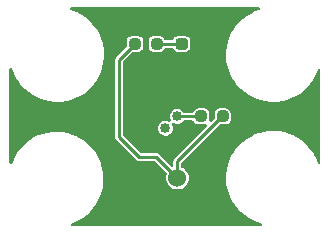
<source format=gbr>
%TF.GenerationSoftware,KiCad,Pcbnew,7.0.7*%
%TF.CreationDate,2023-11-07T19:30:10-06:00*%
%TF.ProjectId,LD_Breakout,4c445f42-7265-4616-9b6f-75742e6b6963,rev?*%
%TF.SameCoordinates,Original*%
%TF.FileFunction,Copper,L1,Top*%
%TF.FilePolarity,Positive*%
%FSLAX46Y46*%
G04 Gerber Fmt 4.6, Leading zero omitted, Abs format (unit mm)*
G04 Created by KiCad (PCBNEW 7.0.7) date 2023-11-07 19:30:10*
%MOMM*%
%LPD*%
G01*
G04 APERTURE LIST*
G04 Aperture macros list*
%AMRoundRect*
0 Rectangle with rounded corners*
0 $1 Rounding radius*
0 $2 $3 $4 $5 $6 $7 $8 $9 X,Y pos of 4 corners*
0 Add a 4 corners polygon primitive as box body*
4,1,4,$2,$3,$4,$5,$6,$7,$8,$9,$2,$3,0*
0 Add four circle primitives for the rounded corners*
1,1,$1+$1,$2,$3*
1,1,$1+$1,$4,$5*
1,1,$1+$1,$6,$7*
1,1,$1+$1,$8,$9*
0 Add four rect primitives between the rounded corners*
20,1,$1+$1,$2,$3,$4,$5,0*
20,1,$1+$1,$4,$5,$6,$7,0*
20,1,$1+$1,$6,$7,$8,$9,0*
20,1,$1+$1,$8,$9,$2,$3,0*%
G04 Aperture macros list end*
%TA.AperFunction,ComponentPad*%
%ADD10C,1.524000*%
%TD*%
%TA.AperFunction,SMDPad,CuDef*%
%ADD11RoundRect,0.237500X-0.250000X-0.237500X0.250000X-0.237500X0.250000X0.237500X-0.250000X0.237500X0*%
%TD*%
%TA.AperFunction,SMDPad,CuDef*%
%ADD12RoundRect,0.237500X0.250000X0.237500X-0.250000X0.237500X-0.250000X-0.237500X0.250000X-0.237500X0*%
%TD*%
%TA.AperFunction,SMDPad,CuDef*%
%ADD13RoundRect,0.237500X0.287500X0.237500X-0.287500X0.237500X-0.287500X-0.237500X0.287500X-0.237500X0*%
%TD*%
%TA.AperFunction,ComponentPad*%
%ADD14C,0.850000*%
%TD*%
%TA.AperFunction,Conductor*%
%ADD15C,0.254000*%
%TD*%
G04 APERTURE END LIST*
D10*
%TO.P,Conn2,1*%
%TO.N,+5V*%
X133477000Y-83834000D03*
%TO.P,Conn2,2*%
%TO.N,GND*%
X130937000Y-83834000D03*
%TD*%
D11*
%TO.P,R3,1*%
%TO.N,+5V*%
X129897500Y-72491600D03*
%TO.P,R3,2*%
%TO.N,Net-(D2-A)*%
X131722500Y-72491600D03*
%TD*%
D12*
%TO.P,R4,1*%
%TO.N,+5V*%
X137324500Y-78627000D03*
%TO.P,R4,2*%
%TO.N,Net-(LD2-Pad2)*%
X135499500Y-78627000D03*
%TD*%
D13*
%TO.P,D2,1,K*%
%TO.N,GND*%
X135584500Y-72491600D03*
%TO.P,D2,2,A*%
%TO.N,Net-(D2-A)*%
X133834500Y-72491600D03*
%TD*%
D14*
%TO.P,LD2,1*%
%TO.N,GND*%
X132461000Y-77627000D03*
%TO.P,LD2,2*%
%TO.N,Net-(LD2-Pad2)*%
X133461000Y-78627000D03*
%TO.P,LD2,3*%
%TO.N,unconnected-(LD2-Pad3)*%
X132461000Y-79627000D03*
%TD*%
D15*
%TO.N,+5V*%
X133477000Y-82437000D02*
X137287000Y-78627000D01*
X131685000Y-82042000D02*
X130200400Y-82042000D01*
X130200400Y-82042000D02*
X128524000Y-80365600D01*
X128524000Y-73865100D02*
X129897500Y-72491600D01*
X133477000Y-83834000D02*
X133477000Y-82437000D01*
X128524000Y-80365600D02*
X128524000Y-73865100D01*
X133477000Y-83834000D02*
X131685000Y-82042000D01*
%TO.N,Net-(D2-A)*%
X131722500Y-72491600D02*
X133834500Y-72491600D01*
%TO.N,Net-(LD2-Pad2)*%
X135537000Y-78627000D02*
X133461000Y-78627000D01*
%TD*%
%TA.AperFunction,Conductor*%
%TO.N,GND*%
G36*
X140419666Y-69387585D02*
G01*
X140465421Y-69440389D01*
X140475365Y-69509547D01*
X140446340Y-69573103D01*
X140395037Y-69608422D01*
X140034149Y-69739774D01*
X139676791Y-69911869D01*
X139338353Y-70118684D01*
X139338342Y-70118692D01*
X139022175Y-70358180D01*
X139022172Y-70358182D01*
X138731413Y-70627968D01*
X138468965Y-70925359D01*
X138237439Y-71247393D01*
X138237426Y-71247413D01*
X138039116Y-71590896D01*
X137875982Y-71952437D01*
X137749659Y-72328419D01*
X137661399Y-72715111D01*
X137612078Y-73108681D01*
X137602190Y-73505173D01*
X137602190Y-73505187D01*
X137631830Y-73900711D01*
X137631831Y-73900724D01*
X137700708Y-74291339D01*
X137808130Y-74673137D01*
X137808134Y-74673151D01*
X137953035Y-75042353D01*
X137953040Y-75042365D01*
X138133986Y-75395314D01*
X138133991Y-75395323D01*
X138349186Y-75728509D01*
X138475291Y-75886640D01*
X138596495Y-76038625D01*
X138873423Y-76322544D01*
X138873433Y-76322554D01*
X139177276Y-76577508D01*
X139504994Y-76800942D01*
X139853330Y-76990636D01*
X140218823Y-77144704D01*
X140218832Y-77144706D01*
X140218838Y-77144709D01*
X140597835Y-77261614D01*
X140597848Y-77261617D01*
X140986599Y-77340205D01*
X140986614Y-77340208D01*
X141324900Y-77374058D01*
X141381280Y-77379700D01*
X141381281Y-77379700D01*
X141678703Y-77379700D01*
X141876730Y-77369816D01*
X141975745Y-77364875D01*
X142367953Y-77305759D01*
X142752326Y-77207886D01*
X143125045Y-77072228D01*
X143482403Y-76900133D01*
X143820851Y-76693312D01*
X144137024Y-76453820D01*
X144427781Y-76184037D01*
X144690231Y-75886645D01*
X144921766Y-75564600D01*
X145120085Y-75221101D01*
X145283217Y-74859563D01*
X145350757Y-74658539D01*
X145390768Y-74601260D01*
X145455394Y-74574705D01*
X145524118Y-74587306D01*
X145575121Y-74635061D01*
X145592300Y-74698032D01*
X145592300Y-82512438D01*
X145572615Y-82579477D01*
X145519811Y-82625232D01*
X145450653Y-82635176D01*
X145387097Y-82606151D01*
X145353069Y-82555389D01*
X145352197Y-82555732D01*
X145206164Y-82183646D01*
X145206159Y-82183634D01*
X145067463Y-81913097D01*
X145025209Y-81830677D01*
X144810014Y-81497491D01*
X144562714Y-81187386D01*
X144562711Y-81187383D01*
X144562704Y-81187374D01*
X144285776Y-80903455D01*
X144285773Y-80903452D01*
X144285772Y-80903451D01*
X144285767Y-80903446D01*
X143981924Y-80648492D01*
X143825330Y-80541728D01*
X143654205Y-80425057D01*
X143513795Y-80348594D01*
X143305870Y-80235364D01*
X143305862Y-80235360D01*
X143305859Y-80235359D01*
X142940377Y-80081296D01*
X142940361Y-80081290D01*
X142561364Y-79964385D01*
X142561351Y-79964382D01*
X142172600Y-79885794D01*
X142172579Y-79885791D01*
X141777920Y-79846300D01*
X141777919Y-79846300D01*
X141480499Y-79846300D01*
X141480497Y-79846300D01*
X141183455Y-79861124D01*
X140791247Y-79920241D01*
X140406872Y-80018114D01*
X140034149Y-80153774D01*
X139676791Y-80325869D01*
X139338353Y-80532684D01*
X139338342Y-80532692D01*
X139022175Y-80772180D01*
X139022172Y-80772182D01*
X138731413Y-81041968D01*
X138468965Y-81339359D01*
X138237439Y-81661393D01*
X138237426Y-81661413D01*
X138039116Y-82004896D01*
X137875982Y-82366437D01*
X137749659Y-82742419D01*
X137661399Y-83129111D01*
X137612078Y-83522681D01*
X137602190Y-83919173D01*
X137602190Y-83919187D01*
X137631830Y-84314711D01*
X137631831Y-84314724D01*
X137700708Y-84705339D01*
X137808130Y-85087137D01*
X137808134Y-85087151D01*
X137953035Y-85456353D01*
X137953040Y-85456365D01*
X138049880Y-85645258D01*
X138133991Y-85809323D01*
X138349186Y-86142509D01*
X138414914Y-86224929D01*
X138596495Y-86452625D01*
X138873423Y-86736544D01*
X138873433Y-86736554D01*
X139177276Y-86991508D01*
X139504994Y-87214942D01*
X139853330Y-87404636D01*
X140218823Y-87558704D01*
X140218832Y-87558706D01*
X140218838Y-87558709D01*
X140531035Y-87655009D01*
X140589294Y-87693579D01*
X140617451Y-87757524D01*
X140606568Y-87826541D01*
X140560100Y-87878717D01*
X140494485Y-87897500D01*
X124579749Y-87897500D01*
X124512710Y-87877815D01*
X124466955Y-87825011D01*
X124457011Y-87755853D01*
X124486036Y-87692297D01*
X124537339Y-87656978D01*
X124542749Y-87655009D01*
X124780025Y-87568648D01*
X125137383Y-87396553D01*
X125475831Y-87189732D01*
X125792004Y-86950240D01*
X126082761Y-86680457D01*
X126345211Y-86383065D01*
X126576746Y-86061020D01*
X126775065Y-85717521D01*
X126938197Y-85355983D01*
X127064521Y-84979998D01*
X127152781Y-84593305D01*
X127202101Y-84199745D01*
X127205110Y-84079066D01*
X127211989Y-83803246D01*
X127211989Y-83803230D01*
X127190965Y-83522675D01*
X127182349Y-83407700D01*
X127113473Y-83017088D01*
X127095362Y-82952719D01*
X127036193Y-82742419D01*
X127006047Y-82635274D01*
X126984148Y-82579477D01*
X126861144Y-82266066D01*
X126861139Y-82266054D01*
X126680193Y-81913105D01*
X126680189Y-81913097D01*
X126464994Y-81579911D01*
X126217694Y-81269806D01*
X126217691Y-81269803D01*
X126217684Y-81269794D01*
X125940756Y-80985875D01*
X125940753Y-80985872D01*
X125940752Y-80985871D01*
X125940747Y-80985866D01*
X125636904Y-80730912D01*
X125516010Y-80648488D01*
X125309185Y-80507477D01*
X125157836Y-80425057D01*
X125101876Y-80394583D01*
X128192712Y-80394583D01*
X128203257Y-80433935D01*
X128204428Y-80439218D01*
X128211503Y-80479340D01*
X128213232Y-80484091D01*
X128220468Y-80501559D01*
X128222606Y-80506144D01*
X128245972Y-80539514D01*
X128248879Y-80544078D01*
X128269247Y-80579357D01*
X128269251Y-80579361D01*
X128300463Y-80605551D01*
X128304442Y-80609196D01*
X129608331Y-81913086D01*
X129956791Y-82261546D01*
X129960446Y-82265535D01*
X129986640Y-82296750D01*
X130021916Y-82317116D01*
X130026482Y-82320025D01*
X130059855Y-82343394D01*
X130064458Y-82345540D01*
X130081882Y-82352757D01*
X130086654Y-82354493D01*
X130086661Y-82354497D01*
X130126801Y-82361574D01*
X130132055Y-82362739D01*
X130171416Y-82373287D01*
X130212001Y-82369735D01*
X130217405Y-82369500D01*
X131497984Y-82369500D01*
X131565023Y-82389185D01*
X131585665Y-82405819D01*
X132544935Y-83365090D01*
X132578420Y-83426413D01*
X132575915Y-83488765D01*
X132528426Y-83645317D01*
X132509843Y-83833999D01*
X132528426Y-84022681D01*
X132528427Y-84022683D01*
X132583463Y-84204115D01*
X132583464Y-84204118D01*
X132583465Y-84204119D01*
X132583466Y-84204122D01*
X132672834Y-84371318D01*
X132672838Y-84371325D01*
X132793116Y-84517883D01*
X132939674Y-84638161D01*
X132939681Y-84638165D01*
X133106877Y-84727533D01*
X133106878Y-84727533D01*
X133106885Y-84727537D01*
X133288317Y-84782573D01*
X133288316Y-84782573D01*
X133305233Y-84784239D01*
X133477000Y-84801157D01*
X133665683Y-84782573D01*
X133847115Y-84727537D01*
X134014324Y-84638162D01*
X134160883Y-84517883D01*
X134281162Y-84371324D01*
X134370537Y-84204115D01*
X134425573Y-84022683D01*
X134444157Y-83834000D01*
X134425573Y-83645317D01*
X134370537Y-83463885D01*
X134281162Y-83296676D01*
X134281161Y-83296674D01*
X134160883Y-83150116D01*
X134014325Y-83029838D01*
X134014318Y-83029833D01*
X133870047Y-82952719D01*
X133820202Y-82903757D01*
X133804500Y-82843362D01*
X133804500Y-82742419D01*
X133804500Y-82624013D01*
X133824183Y-82556977D01*
X133840813Y-82536340D01*
X137038335Y-79338819D01*
X137099659Y-79305334D01*
X137126017Y-79302500D01*
X137627260Y-79302500D01*
X137656849Y-79299725D01*
X137714379Y-79279594D01*
X137781475Y-79256116D01*
X137887711Y-79177711D01*
X137966116Y-79071475D01*
X138009725Y-78946849D01*
X138012500Y-78917256D01*
X138012500Y-78336744D01*
X138012259Y-78334179D01*
X138009725Y-78307150D01*
X137975440Y-78209171D01*
X137966116Y-78182525D01*
X137887711Y-78076289D01*
X137887710Y-78076288D01*
X137781476Y-77997884D01*
X137656848Y-77954274D01*
X137656849Y-77954274D01*
X137627260Y-77951500D01*
X137627256Y-77951500D01*
X137021744Y-77951500D01*
X137021740Y-77951500D01*
X136992150Y-77954274D01*
X136867523Y-77997884D01*
X136761289Y-78076288D01*
X136761288Y-78076289D01*
X136682884Y-78182523D01*
X136639274Y-78307150D01*
X136636500Y-78336739D01*
X136636500Y-78762983D01*
X136616815Y-78830022D01*
X136600181Y-78850664D01*
X136394582Y-79056262D01*
X136333259Y-79089747D01*
X136263567Y-79084763D01*
X136207634Y-79042891D01*
X136183217Y-78977427D01*
X136184874Y-78954442D01*
X136184021Y-78954362D01*
X136187500Y-78917260D01*
X136187500Y-78336739D01*
X136184725Y-78307150D01*
X136150440Y-78209171D01*
X136141116Y-78182525D01*
X136062711Y-78076289D01*
X136062710Y-78076288D01*
X135956476Y-77997884D01*
X135831848Y-77954274D01*
X135831849Y-77954274D01*
X135802260Y-77951500D01*
X135802256Y-77951500D01*
X135196744Y-77951500D01*
X135196740Y-77951500D01*
X135167150Y-77954274D01*
X135042523Y-77997884D01*
X134936289Y-78076288D01*
X134936288Y-78076289D01*
X134857884Y-78182523D01*
X134857884Y-78182524D01*
X134846011Y-78216455D01*
X134805289Y-78273231D01*
X134740336Y-78298978D01*
X134728970Y-78299500D01*
X134060062Y-78299500D01*
X133993023Y-78279815D01*
X133958012Y-78245939D01*
X133932634Y-78209172D01*
X133932632Y-78209170D01*
X133818934Y-78108443D01*
X133684434Y-78037852D01*
X133684433Y-78037851D01*
X133684432Y-78037851D01*
X133536950Y-78001500D01*
X133536949Y-78001500D01*
X133385051Y-78001500D01*
X133385050Y-78001500D01*
X133237567Y-78037851D01*
X133103067Y-78108442D01*
X132989367Y-78209171D01*
X132903080Y-78334179D01*
X132903079Y-78334180D01*
X132849215Y-78476208D01*
X132830906Y-78626999D01*
X132849215Y-78777791D01*
X132897361Y-78904742D01*
X132902728Y-78974405D01*
X132869581Y-79035911D01*
X132808442Y-79069733D01*
X132738724Y-79065131D01*
X132723797Y-79058511D01*
X132684434Y-79037852D01*
X132684433Y-79037851D01*
X132684432Y-79037851D01*
X132536950Y-79001500D01*
X132536949Y-79001500D01*
X132385051Y-79001500D01*
X132385050Y-79001500D01*
X132237567Y-79037851D01*
X132103067Y-79108442D01*
X131989367Y-79209171D01*
X131903080Y-79334179D01*
X131903079Y-79334180D01*
X131903079Y-79334181D01*
X131849215Y-79476209D01*
X131830906Y-79627000D01*
X131849215Y-79777791D01*
X131903079Y-79919819D01*
X131989368Y-80044830D01*
X132103066Y-80145557D01*
X132237566Y-80216148D01*
X132311308Y-80234324D01*
X132385050Y-80252500D01*
X132385051Y-80252500D01*
X132536950Y-80252500D01*
X132586110Y-80240382D01*
X132684434Y-80216148D01*
X132818934Y-80145557D01*
X132932632Y-80044830D01*
X133018921Y-79919819D01*
X133072785Y-79777791D01*
X133091094Y-79627000D01*
X133072785Y-79476209D01*
X133024637Y-79349254D01*
X133019271Y-79279594D01*
X133052418Y-79218088D01*
X133113556Y-79184267D01*
X133183274Y-79188868D01*
X133198202Y-79195488D01*
X133237566Y-79216148D01*
X133385050Y-79252500D01*
X133385051Y-79252500D01*
X133536950Y-79252500D01*
X133586110Y-79240382D01*
X133684434Y-79216148D01*
X133818934Y-79145557D01*
X133932632Y-79044830D01*
X133958011Y-79008061D01*
X134012294Y-78964070D01*
X134060062Y-78954500D01*
X134728970Y-78954500D01*
X134796009Y-78974185D01*
X134841764Y-79026989D01*
X134846011Y-79037545D01*
X134857884Y-79071475D01*
X134857884Y-79071476D01*
X134936288Y-79177710D01*
X134936289Y-79177711D01*
X135042523Y-79256115D01*
X135042524Y-79256115D01*
X135042525Y-79256116D01*
X135167151Y-79299725D01*
X135167150Y-79299725D01*
X135196740Y-79302500D01*
X135196744Y-79302500D01*
X135802260Y-79302500D01*
X135839362Y-79299021D01*
X135839608Y-79301647D01*
X135896777Y-79305668D01*
X135952760Y-79347473D01*
X135977255Y-79412909D01*
X135962483Y-79481199D01*
X135941262Y-79509582D01*
X133257451Y-82193393D01*
X133253462Y-82197049D01*
X133222250Y-82223239D01*
X133222248Y-82223241D01*
X133201876Y-82258526D01*
X133198971Y-82263087D01*
X133175604Y-82296459D01*
X133173473Y-82301028D01*
X133166225Y-82318528D01*
X133164502Y-82323264D01*
X133157427Y-82363383D01*
X133156256Y-82368662D01*
X133145712Y-82408016D01*
X133149264Y-82448598D01*
X133149500Y-82454005D01*
X133149500Y-82743983D01*
X133129815Y-82811022D01*
X133077011Y-82856777D01*
X133007853Y-82866721D01*
X132944297Y-82837696D01*
X132937819Y-82831664D01*
X132685632Y-82579477D01*
X131928596Y-81822442D01*
X131924951Y-81818463D01*
X131898761Y-81787251D01*
X131898757Y-81787247D01*
X131863478Y-81766879D01*
X131858914Y-81763972D01*
X131825544Y-81740606D01*
X131820959Y-81738468D01*
X131803491Y-81731232D01*
X131798740Y-81729503D01*
X131758618Y-81722428D01*
X131753335Y-81721257D01*
X131713981Y-81710712D01*
X131677891Y-81713871D01*
X131673398Y-81714264D01*
X131667995Y-81714500D01*
X130387417Y-81714500D01*
X130320378Y-81694815D01*
X130299736Y-81678181D01*
X128887819Y-80266264D01*
X128854334Y-80204941D01*
X128851500Y-80178583D01*
X128851500Y-77144703D01*
X128851500Y-74052112D01*
X128871184Y-73985077D01*
X128887813Y-73964440D01*
X129648835Y-73203419D01*
X129710159Y-73169934D01*
X129736517Y-73167100D01*
X130200260Y-73167100D01*
X130229849Y-73164325D01*
X130229848Y-73164325D01*
X130354475Y-73120716D01*
X130460711Y-73042311D01*
X130539116Y-72936075D01*
X130582725Y-72811449D01*
X130585500Y-72781860D01*
X131034500Y-72781860D01*
X131037274Y-72811449D01*
X131080884Y-72936076D01*
X131159288Y-73042310D01*
X131159289Y-73042311D01*
X131265523Y-73120715D01*
X131265524Y-73120715D01*
X131265525Y-73120716D01*
X131390151Y-73164325D01*
X131390150Y-73164325D01*
X131419740Y-73167100D01*
X131419744Y-73167100D01*
X132025260Y-73167100D01*
X132054849Y-73164325D01*
X132179475Y-73120716D01*
X132285711Y-73042311D01*
X132364116Y-72936075D01*
X132375988Y-72902145D01*
X132416711Y-72845369D01*
X132481664Y-72819622D01*
X132493030Y-72819100D01*
X133026470Y-72819100D01*
X133093509Y-72838785D01*
X133139264Y-72891589D01*
X133143511Y-72902145D01*
X133155384Y-72936075D01*
X133155384Y-72936076D01*
X133233788Y-73042310D01*
X133233789Y-73042311D01*
X133340023Y-73120715D01*
X133340024Y-73120715D01*
X133340025Y-73120716D01*
X133464651Y-73164325D01*
X133464650Y-73164325D01*
X133494240Y-73167100D01*
X133494244Y-73167100D01*
X134174760Y-73167100D01*
X134204349Y-73164325D01*
X134328975Y-73120716D01*
X134435211Y-73042311D01*
X134513616Y-72936075D01*
X134557225Y-72811449D01*
X134560000Y-72781856D01*
X134560000Y-72201344D01*
X134557225Y-72171751D01*
X134513616Y-72047125D01*
X134435211Y-71940889D01*
X134435210Y-71940888D01*
X134328976Y-71862484D01*
X134204348Y-71818874D01*
X134204349Y-71818874D01*
X134174760Y-71816100D01*
X134174756Y-71816100D01*
X133494244Y-71816100D01*
X133494240Y-71816100D01*
X133464650Y-71818874D01*
X133340023Y-71862484D01*
X133233789Y-71940888D01*
X133233788Y-71940889D01*
X133155384Y-72047123D01*
X133155384Y-72047124D01*
X133143511Y-72081055D01*
X133102789Y-72137831D01*
X133037836Y-72163578D01*
X133026470Y-72164100D01*
X132493030Y-72164100D01*
X132425991Y-72144415D01*
X132380236Y-72091611D01*
X132375989Y-72081055D01*
X132373379Y-72073599D01*
X132364116Y-72047125D01*
X132285711Y-71940889D01*
X132285710Y-71940888D01*
X132179476Y-71862484D01*
X132054848Y-71818874D01*
X132054849Y-71818874D01*
X132025260Y-71816100D01*
X132025256Y-71816100D01*
X131419744Y-71816100D01*
X131419740Y-71816100D01*
X131390150Y-71818874D01*
X131265523Y-71862484D01*
X131159289Y-71940888D01*
X131159288Y-71940889D01*
X131080884Y-72047123D01*
X131037274Y-72171750D01*
X131034500Y-72201339D01*
X131034500Y-72781860D01*
X130585500Y-72781860D01*
X130585500Y-72781856D01*
X130585500Y-72201344D01*
X130582725Y-72171751D01*
X130539116Y-72047125D01*
X130460711Y-71940889D01*
X130460710Y-71940888D01*
X130354476Y-71862484D01*
X130229848Y-71818874D01*
X130229849Y-71818874D01*
X130200260Y-71816100D01*
X130200256Y-71816100D01*
X129594744Y-71816100D01*
X129594740Y-71816100D01*
X129565150Y-71818874D01*
X129440523Y-71862484D01*
X129334289Y-71940888D01*
X129334288Y-71940889D01*
X129255884Y-72047123D01*
X129212274Y-72171750D01*
X129209500Y-72201339D01*
X129209500Y-72665083D01*
X129189815Y-72732122D01*
X129173181Y-72752764D01*
X128304451Y-73621493D01*
X128300462Y-73625149D01*
X128269250Y-73651339D01*
X128269248Y-73651341D01*
X128248876Y-73686626D01*
X128245971Y-73691187D01*
X128222604Y-73724559D01*
X128220473Y-73729128D01*
X128213225Y-73746628D01*
X128211502Y-73751364D01*
X128204427Y-73791483D01*
X128203256Y-73796762D01*
X128192712Y-73836116D01*
X128196264Y-73876698D01*
X128196500Y-73882105D01*
X128196500Y-80348594D01*
X128196264Y-80354001D01*
X128192712Y-80394583D01*
X125101876Y-80394583D01*
X124960850Y-80317784D01*
X124960842Y-80317780D01*
X124960839Y-80317779D01*
X124595357Y-80163716D01*
X124595341Y-80163710D01*
X124216344Y-80046805D01*
X124216331Y-80046802D01*
X123827580Y-79968214D01*
X123827559Y-79968211D01*
X123432900Y-79928720D01*
X123432899Y-79928720D01*
X123135479Y-79928720D01*
X123135477Y-79928720D01*
X122838435Y-79943544D01*
X122446227Y-80002661D01*
X122061852Y-80100534D01*
X121689129Y-80236194D01*
X121331771Y-80408289D01*
X120993333Y-80615104D01*
X120993322Y-80615112D01*
X120677155Y-80854600D01*
X120677152Y-80854602D01*
X120386393Y-81124388D01*
X120123945Y-81421779D01*
X119892419Y-81743813D01*
X119892406Y-81743833D01*
X119694096Y-82087316D01*
X119530963Y-82448855D01*
X119495042Y-82555768D01*
X119455030Y-82613047D01*
X119390404Y-82639602D01*
X119321680Y-82627001D01*
X119270678Y-82579245D01*
X119253499Y-82516278D01*
X119253500Y-74624032D01*
X119273185Y-74556993D01*
X119325989Y-74511238D01*
X119395147Y-74501294D01*
X119458703Y-74530319D01*
X119496477Y-74589097D01*
X119496865Y-74590448D01*
X119520130Y-74673138D01*
X119520134Y-74673151D01*
X119665035Y-75042353D01*
X119665040Y-75042365D01*
X119845986Y-75395314D01*
X119845991Y-75395323D01*
X120061186Y-75728509D01*
X120187291Y-75886640D01*
X120308495Y-76038625D01*
X120585423Y-76322544D01*
X120585433Y-76322554D01*
X120889276Y-76577508D01*
X121216994Y-76800942D01*
X121565330Y-76990636D01*
X121930823Y-77144704D01*
X121930832Y-77144706D01*
X121930838Y-77144709D01*
X122309835Y-77261614D01*
X122309848Y-77261617D01*
X122698599Y-77340205D01*
X122698614Y-77340208D01*
X123036900Y-77374058D01*
X123093280Y-77379700D01*
X123093281Y-77379700D01*
X123390703Y-77379700D01*
X123588730Y-77369816D01*
X123687745Y-77364875D01*
X124079953Y-77305759D01*
X124464326Y-77207886D01*
X124837045Y-77072228D01*
X125194403Y-76900133D01*
X125532851Y-76693312D01*
X125849024Y-76453820D01*
X126139781Y-76184037D01*
X126402231Y-75886645D01*
X126633766Y-75564600D01*
X126832085Y-75221101D01*
X126995217Y-74859563D01*
X127121541Y-74483578D01*
X127209801Y-74096885D01*
X127259121Y-73703325D01*
X127269009Y-73306810D01*
X127239369Y-72911280D01*
X127170493Y-72520668D01*
X127063067Y-72138854D01*
X127027065Y-72047123D01*
X126918164Y-71769646D01*
X126918159Y-71769634D01*
X126737213Y-71416685D01*
X126737209Y-71416677D01*
X126522014Y-71083491D01*
X126274714Y-70773386D01*
X126274711Y-70773383D01*
X126274704Y-70773374D01*
X125997776Y-70489455D01*
X125997773Y-70489452D01*
X125997772Y-70489451D01*
X125997767Y-70489446D01*
X125693924Y-70234492D01*
X125621213Y-70184918D01*
X125366205Y-70011057D01*
X125250094Y-69947826D01*
X125017870Y-69821364D01*
X125017862Y-69821360D01*
X125017859Y-69821359D01*
X124652377Y-69667296D01*
X124652361Y-69667290D01*
X124467897Y-69610391D01*
X124409638Y-69571821D01*
X124381481Y-69507876D01*
X124392364Y-69438859D01*
X124438832Y-69386683D01*
X124504447Y-69367900D01*
X140352627Y-69367900D01*
X140419666Y-69387585D01*
G37*
%TD.AperFunction*%
%TD*%
M02*

</source>
